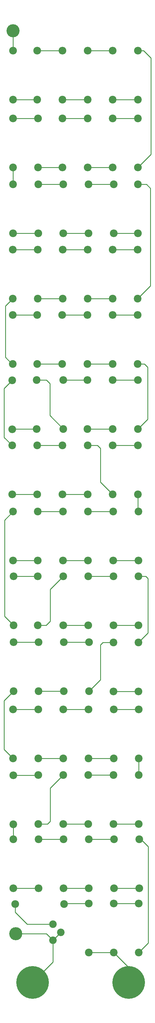
<source format=gtl>
%TF.GenerationSoftware,KiCad,Pcbnew,(5.1.6)-1*%
%TF.CreationDate,2020-11-11T15:34:42-07:00*%
%TF.ProjectId,HVProbe,48565072-6f62-4652-9e6b-696361645f70,rev?*%
%TF.SameCoordinates,Original*%
%TF.FileFunction,Copper,L1,Top*%
%TF.FilePolarity,Positive*%
%FSLAX46Y46*%
G04 Gerber Fmt 4.6, Leading zero omitted, Abs format (unit mm)*
G04 Created by KiCad (PCBNEW (5.1.6)-1) date 2020-11-11 15:34:42*
%MOMM*%
%LPD*%
G01*
G04 APERTURE LIST*
%TA.AperFunction,ComponentPad*%
%ADD10C,2.340000*%
%TD*%
%TA.AperFunction,ComponentPad*%
%ADD11C,2.400000*%
%TD*%
%TA.AperFunction,ComponentPad*%
%ADD12O,2.400000X2.400000*%
%TD*%
%TA.AperFunction,ComponentPad*%
%ADD13C,4.064000*%
%TD*%
%TA.AperFunction,ComponentPad*%
%ADD14C,10.160000*%
%TD*%
%TA.AperFunction,Conductor*%
%ADD15C,0.250000*%
%TD*%
G04 APERTURE END LIST*
D10*
%TO.P,RV1,3*%
%TO.N,GND*%
X90822140Y-311196360D03*
%TO.P,RV1,2*%
X93322140Y-308696360D03*
%TO.P,RV1,1*%
%TO.N,Net-(R82-Pad2)*%
X90822140Y-306196360D03*
%TD*%
D11*
%TO.P,R40,1*%
%TO.N,Net-(R40-Pad1)*%
X101678740Y-157256480D03*
D12*
%TO.P,R40,2*%
%TO.N,Net-(R39-Pad2)*%
X101678740Y-172496480D03*
%TD*%
%TO.P,R37,2*%
%TO.N,Net-(R37-Pad2)*%
X78120748Y-172496480D03*
D11*
%TO.P,R37,1*%
%TO.N,Net-(R36-Pad1)*%
X78120748Y-157256480D03*
%TD*%
%TO.P,R38,1*%
%TO.N,Net-(R38-Pad1)*%
X85973412Y-157256480D03*
D12*
%TO.P,R38,2*%
%TO.N,Net-(R37-Pad2)*%
X85973412Y-172496480D03*
%TD*%
%TO.P,R39,2*%
%TO.N,Net-(R39-Pad2)*%
X93826076Y-172496480D03*
D11*
%TO.P,R39,1*%
%TO.N,Net-(R38-Pad1)*%
X93826076Y-157256480D03*
%TD*%
D12*
%TO.P,R18,2*%
%TO.N,Net-(R17-Pad2)*%
X117370860Y-91321012D03*
D11*
%TO.P,R18,1*%
%TO.N,Net-(R18-Pad1)*%
X117370860Y-76081012D03*
%TD*%
%TO.P,R15,1*%
%TO.N,Net-(R14-Pad1)*%
X94101412Y-76081012D03*
D12*
%TO.P,R15,2*%
%TO.N,Net-(R15-Pad2)*%
X94101412Y-91321012D03*
%TD*%
D11*
%TO.P,R17,1*%
%TO.N,Net-(R16-Pad1)*%
X109795564Y-76081012D03*
D12*
%TO.P,R17,2*%
%TO.N,Net-(R17-Pad2)*%
X109795564Y-91321012D03*
%TD*%
%TO.P,R16,2*%
%TO.N,Net-(R15-Pad2)*%
X101948488Y-91321012D03*
D11*
%TO.P,R16,1*%
%TO.N,Net-(R16-Pad1)*%
X101948488Y-76081012D03*
%TD*%
%TO.P,R13,1*%
%TO.N,Net-(R12-Pad1)*%
X78407260Y-76081012D03*
D12*
%TO.P,R13,2*%
%TO.N,Net-(R13-Pad2)*%
X78407260Y-91321012D03*
%TD*%
%TO.P,R14,2*%
%TO.N,Net-(R13-Pad2)*%
X86254336Y-91321012D03*
D11*
%TO.P,R14,1*%
%TO.N,Net-(R14-Pad1)*%
X86254336Y-76081012D03*
%TD*%
D13*
%TO.P,J1,1*%
%TO.N,Net-(J1-Pad1)*%
X78412340Y-28287980D03*
%TD*%
D14*
%TO.P,J2,2*%
%TO.N,GND*%
X84550980Y-324246240D03*
%TO.P,J2,1*%
%TO.N,Net-(J2-Pad1)*%
X114520980Y-324246240D03*
%TD*%
D13*
%TO.P,J3,1*%
%TO.N,GND*%
X79260700Y-309163720D03*
%TD*%
D11*
%TO.P,R1,1*%
%TO.N,Net-(R1-Pad1)*%
X78409800Y-49753520D03*
D12*
%TO.P,R1,2*%
%TO.N,Net-(J1-Pad1)*%
X78409800Y-34513520D03*
%TD*%
D11*
%TO.P,R2,1*%
%TO.N,Net-(R1-Pad1)*%
X85985096Y-49753520D03*
D12*
%TO.P,R2,2*%
%TO.N,Net-(R2-Pad2)*%
X85985096Y-34513520D03*
%TD*%
%TO.P,R3,2*%
%TO.N,Net-(R2-Pad2)*%
X93832172Y-34513520D03*
D11*
%TO.P,R3,1*%
%TO.N,Net-(R3-Pad1)*%
X93832172Y-49753520D03*
%TD*%
%TO.P,R4,1*%
%TO.N,Net-(R3-Pad1)*%
X101679248Y-49753520D03*
D12*
%TO.P,R4,2*%
%TO.N,Net-(R4-Pad2)*%
X101679248Y-34513520D03*
%TD*%
%TO.P,R5,2*%
%TO.N,Net-(R4-Pad2)*%
X109526324Y-34513520D03*
D11*
%TO.P,R5,1*%
%TO.N,Net-(R5-Pad1)*%
X109526324Y-49753520D03*
%TD*%
%TO.P,R6,1*%
%TO.N,Net-(R5-Pad1)*%
X117373400Y-49753520D03*
D12*
%TO.P,R6,2*%
%TO.N,Net-(R6-Pad2)*%
X117373400Y-34513520D03*
%TD*%
%TO.P,R7,2*%
%TO.N,Net-(R6-Pad2)*%
X117373400Y-70797420D03*
D11*
%TO.P,R7,1*%
%TO.N,Net-(R7-Pad1)*%
X117373400Y-55557420D03*
%TD*%
%TO.P,R8,1*%
%TO.N,Net-(R7-Pad1)*%
X109526324Y-55557420D03*
D12*
%TO.P,R8,2*%
%TO.N,Net-(R8-Pad2)*%
X109526324Y-70797420D03*
%TD*%
%TO.P,R9,2*%
%TO.N,Net-(R8-Pad2)*%
X101679248Y-70797420D03*
D11*
%TO.P,R9,1*%
%TO.N,Net-(R10-Pad1)*%
X101679248Y-55557420D03*
%TD*%
%TO.P,R10,1*%
%TO.N,Net-(R10-Pad1)*%
X93832172Y-55557420D03*
D12*
%TO.P,R10,2*%
%TO.N,Net-(R10-Pad2)*%
X93832172Y-70797420D03*
%TD*%
D11*
%TO.P,R20,1*%
%TO.N,Net-(R20-Pad1)*%
X109482636Y-111617760D03*
D12*
%TO.P,R20,2*%
%TO.N,Net-(R19-Pad2)*%
X109482636Y-96377760D03*
%TD*%
D11*
%TO.P,R19,1*%
%TO.N,Net-(R18-Pad1)*%
X117276880Y-111617760D03*
D12*
%TO.P,R19,2*%
%TO.N,Net-(R19-Pad2)*%
X117276880Y-96377760D03*
%TD*%
%TO.P,R12,2*%
%TO.N,Net-(R11-Pad2)*%
X78422500Y-55567420D03*
D11*
%TO.P,R12,1*%
%TO.N,Net-(R12-Pad1)*%
X78422500Y-70807420D03*
%TD*%
%TO.P,R11,1*%
%TO.N,Net-(R10-Pad2)*%
X86240620Y-70807420D03*
D12*
%TO.P,R11,2*%
%TO.N,Net-(R11-Pad2)*%
X86240620Y-55567420D03*
%TD*%
%TO.P,R21,2*%
%TO.N,Net-(R21-Pad2)*%
X101688392Y-96377760D03*
D11*
%TO.P,R21,1*%
%TO.N,Net-(R20-Pad1)*%
X101688392Y-111617760D03*
%TD*%
%TO.P,R22,1*%
%TO.N,Net-(R22-Pad1)*%
X93894148Y-111617760D03*
D12*
%TO.P,R22,2*%
%TO.N,Net-(R21-Pad2)*%
X93894148Y-96377760D03*
%TD*%
%TO.P,R23,2*%
%TO.N,Net-(R23-Pad2)*%
X86099904Y-96377760D03*
D11*
%TO.P,R23,1*%
%TO.N,Net-(R22-Pad1)*%
X86099904Y-111617760D03*
%TD*%
D12*
%TO.P,R24,2*%
%TO.N,Net-(R23-Pad2)*%
X78305660Y-96377760D03*
D11*
%TO.P,R24,1*%
%TO.N,Net-(R24-Pad1)*%
X78305660Y-111617760D03*
%TD*%
%TO.P,R25,1*%
%TO.N,Net-(R24-Pad1)*%
X78298040Y-131935220D03*
D12*
%TO.P,R25,2*%
%TO.N,Net-(R25-Pad2)*%
X78298040Y-116695220D03*
%TD*%
%TO.P,R26,2*%
%TO.N,Net-(R25-Pad2)*%
X85926676Y-116695220D03*
D11*
%TO.P,R26,1*%
%TO.N,Net-(R26-Pad1)*%
X85926676Y-131935220D03*
%TD*%
%TO.P,R27,1*%
%TO.N,Net-(R26-Pad1)*%
X93773752Y-131935220D03*
D12*
%TO.P,R27,2*%
%TO.N,Net-(R27-Pad2)*%
X93773752Y-116695220D03*
%TD*%
%TO.P,R28,2*%
%TO.N,Net-(R27-Pad2)*%
X101620828Y-116695220D03*
D11*
%TO.P,R28,1*%
%TO.N,Net-(R28-Pad1)*%
X101620828Y-131935220D03*
%TD*%
%TO.P,R29,1*%
%TO.N,Net-(R28-Pad1)*%
X109467904Y-131935220D03*
D12*
%TO.P,R29,2*%
%TO.N,Net-(R29-Pad2)*%
X109467904Y-116695220D03*
%TD*%
%TO.P,R30,2*%
%TO.N,Net-(R29-Pad2)*%
X117314980Y-116695220D03*
D11*
%TO.P,R30,1*%
%TO.N,Net-(R30-Pad1)*%
X117314980Y-131935220D03*
%TD*%
%TO.P,R36,1*%
%TO.N,Net-(R36-Pad1)*%
X78140560Y-137025380D03*
D12*
%TO.P,R36,2*%
%TO.N,Net-(R35-Pad2)*%
X78140560Y-152265380D03*
%TD*%
%TO.P,R35,2*%
%TO.N,Net-(R35-Pad2)*%
X85813900Y-152184100D03*
D11*
%TO.P,R35,1*%
%TO.N,Net-(R34-Pad1)*%
X85813900Y-136944100D03*
%TD*%
%TO.P,R34,1*%
%TO.N,Net-(R34-Pad1)*%
X94079060Y-152151080D03*
D12*
%TO.P,R34,2*%
%TO.N,Net-(R33-Pad2)*%
X94079060Y-136911080D03*
%TD*%
%TO.P,R33,2*%
%TO.N,Net-(R33-Pad2)*%
X101654356Y-136911080D03*
D11*
%TO.P,R33,1*%
%TO.N,Net-(R32-Pad1)*%
X101654356Y-152151080D03*
%TD*%
%TO.P,R32,1*%
%TO.N,Net-(R32-Pad1)*%
X109501432Y-152151080D03*
D12*
%TO.P,R32,2*%
%TO.N,Net-(R31-Pad2)*%
X109501432Y-136911080D03*
%TD*%
%TO.P,R31,2*%
%TO.N,Net-(R31-Pad2)*%
X117348508Y-136911080D03*
D11*
%TO.P,R31,1*%
%TO.N,Net-(R30-Pad1)*%
X117348508Y-152151080D03*
%TD*%
D12*
%TO.P,R41,2*%
%TO.N,Net-(R41-Pad2)*%
X109526324Y-157213300D03*
D11*
%TO.P,R41,1*%
%TO.N,Net-(R40-Pad1)*%
X109526324Y-172453300D03*
%TD*%
%TO.P,R42,1*%
%TO.N,Net-(R42-Pad1)*%
X117373400Y-172453300D03*
D12*
%TO.P,R42,2*%
%TO.N,Net-(R41-Pad2)*%
X117373400Y-157213300D03*
%TD*%
%TO.P,R43,2*%
%TO.N,Net-(R43-Pad2)*%
X117497860Y-193083180D03*
D11*
%TO.P,R43,1*%
%TO.N,Net-(R42-Pad1)*%
X117497860Y-177843180D03*
%TD*%
%TO.P,R44,1*%
%TO.N,Net-(R44-Pad1)*%
X109650784Y-177843180D03*
D12*
%TO.P,R44,2*%
%TO.N,Net-(R43-Pad2)*%
X109650784Y-193083180D03*
%TD*%
%TO.P,R45,2*%
%TO.N,Net-(R45-Pad2)*%
X101803708Y-193083180D03*
D11*
%TO.P,R45,1*%
%TO.N,Net-(R44-Pad1)*%
X101803708Y-177843180D03*
%TD*%
%TO.P,R46,1*%
%TO.N,Net-(R46-Pad1)*%
X93956632Y-177843180D03*
D12*
%TO.P,R46,2*%
%TO.N,Net-(R45-Pad2)*%
X93956632Y-193083180D03*
%TD*%
%TO.P,R47,2*%
%TO.N,Net-(R47-Pad2)*%
X86109556Y-193083180D03*
D11*
%TO.P,R47,1*%
%TO.N,Net-(R46-Pad1)*%
X86109556Y-177843180D03*
%TD*%
%TO.P,R48,1*%
%TO.N,Net-(R48-Pad1)*%
X78409800Y-177843180D03*
D12*
%TO.P,R48,2*%
%TO.N,Net-(R47-Pad2)*%
X78409800Y-193083180D03*
%TD*%
%TO.P,R49,2*%
%TO.N,Net-(R49-Pad2)*%
X78544420Y-197943172D03*
D11*
%TO.P,R49,1*%
%TO.N,Net-(R48-Pad1)*%
X78544420Y-213183172D03*
%TD*%
%TO.P,R50,1*%
%TO.N,Net-(R50-Pad1)*%
X86119716Y-213183172D03*
D12*
%TO.P,R50,2*%
%TO.N,Net-(R49-Pad2)*%
X86119716Y-197943172D03*
%TD*%
%TO.P,R60,2*%
%TO.N,Net-(R59-Pad2)*%
X78559152Y-218463832D03*
D11*
%TO.P,R60,1*%
%TO.N,Net-(R60-Pad1)*%
X78559152Y-233703832D03*
%TD*%
D12*
%TO.P,R59,2*%
%TO.N,Net-(R59-Pad2)*%
X86406228Y-218463832D03*
D11*
%TO.P,R59,1*%
%TO.N,Net-(R58-Pad1)*%
X86406228Y-233703832D03*
%TD*%
D12*
%TO.P,R58,2*%
%TO.N,Net-(R57-Pad2)*%
X94253304Y-218463832D03*
D11*
%TO.P,R58,1*%
%TO.N,Net-(R58-Pad1)*%
X94253304Y-233703832D03*
%TD*%
%TO.P,R57,1*%
%TO.N,Net-(R56-Pad1)*%
X102100380Y-233703832D03*
D12*
%TO.P,R57,2*%
%TO.N,Net-(R57-Pad2)*%
X102100380Y-218463832D03*
%TD*%
%TO.P,R56,2*%
%TO.N,Net-(R55-Pad2)*%
X109781340Y-233776520D03*
D11*
%TO.P,R56,1*%
%TO.N,Net-(R56-Pad1)*%
X109781340Y-218536520D03*
%TD*%
%TO.P,R55,1*%
%TO.N,Net-(R54-Pad1)*%
X117543580Y-218536520D03*
D12*
%TO.P,R55,2*%
%TO.N,Net-(R55-Pad2)*%
X117543580Y-233776520D03*
%TD*%
%TO.P,R54,2*%
%TO.N,Net-(R53-Pad2)*%
X117554248Y-213188216D03*
D11*
%TO.P,R54,1*%
%TO.N,Net-(R54-Pad1)*%
X117554248Y-197948216D03*
%TD*%
%TO.P,R53,1*%
%TO.N,Net-(R52-Pad1)*%
X109707172Y-197948216D03*
D12*
%TO.P,R53,2*%
%TO.N,Net-(R53-Pad2)*%
X109707172Y-213188216D03*
%TD*%
%TO.P,R52,2*%
%TO.N,Net-(R51-Pad2)*%
X101860096Y-213188216D03*
D11*
%TO.P,R52,1*%
%TO.N,Net-(R52-Pad1)*%
X101860096Y-197948216D03*
%TD*%
%TO.P,R51,1*%
%TO.N,Net-(R50-Pad1)*%
X94094300Y-197948216D03*
D12*
%TO.P,R51,2*%
%TO.N,Net-(R51-Pad2)*%
X94094300Y-213188216D03*
%TD*%
%TO.P,R61,2*%
%TO.N,Net-(R61-Pad2)*%
X78409800Y-239382880D03*
D11*
%TO.P,R61,1*%
%TO.N,Net-(R60-Pad1)*%
X78409800Y-254622880D03*
%TD*%
%TO.P,R62,1*%
%TO.N,Net-(R62-Pad1)*%
X86254336Y-254622880D03*
D12*
%TO.P,R62,2*%
%TO.N,Net-(R61-Pad2)*%
X86254336Y-239382880D03*
%TD*%
D11*
%TO.P,R63,1*%
%TO.N,Net-(R62-Pad1)*%
X94101412Y-254622880D03*
D12*
%TO.P,R63,2*%
%TO.N,Net-(R63-Pad2)*%
X94101412Y-239382880D03*
%TD*%
%TO.P,R64,2*%
%TO.N,Net-(R63-Pad2)*%
X101948488Y-239382880D03*
D11*
%TO.P,R64,1*%
%TO.N,Net-(R64-Pad1)*%
X101948488Y-254622880D03*
%TD*%
%TO.P,R65,1*%
%TO.N,Net-(R64-Pad1)*%
X109795564Y-254622880D03*
D12*
%TO.P,R65,2*%
%TO.N,Net-(R65-Pad2)*%
X109795564Y-239382880D03*
%TD*%
%TO.P,R66,2*%
%TO.N,Net-(R65-Pad2)*%
X117642640Y-239382880D03*
D11*
%TO.P,R66,1*%
%TO.N,Net-(R66-Pad1)*%
X117642640Y-254622880D03*
%TD*%
%TO.P,R67,1*%
%TO.N,Net-(R66-Pad1)*%
X117591840Y-259776504D03*
D12*
%TO.P,R67,2*%
%TO.N,Net-(R67-Pad2)*%
X117591840Y-275016504D03*
%TD*%
%TO.P,R68,2*%
%TO.N,Net-(R67-Pad2)*%
X109744764Y-275016504D03*
D11*
%TO.P,R68,1*%
%TO.N,Net-(R68-Pad1)*%
X109744764Y-259776504D03*
%TD*%
%TO.P,R69,1*%
%TO.N,Net-(R68-Pad1)*%
X101897688Y-259776504D03*
D12*
%TO.P,R69,2*%
%TO.N,Net-(R69-Pad2)*%
X101897688Y-275016504D03*
%TD*%
%TO.P,R70,2*%
%TO.N,Net-(R69-Pad2)*%
X94050612Y-275016504D03*
D11*
%TO.P,R70,1*%
%TO.N,Net-(R70-Pad1)*%
X94050612Y-259776504D03*
%TD*%
%TO.P,R80,1*%
%TO.N,Net-(J2-Pad1)*%
X109861604Y-314959456D03*
D12*
%TO.P,R80,2*%
%TO.N,Net-(R79-Pad2)*%
X109861604Y-299719456D03*
%TD*%
%TO.P,R79,2*%
%TO.N,Net-(R79-Pad2)*%
X117655340Y-299719456D03*
D11*
%TO.P,R79,1*%
%TO.N,Net-(R78-Pad1)*%
X117655340Y-314959456D03*
%TD*%
%TO.P,R78,1*%
%TO.N,Net-(R78-Pad1)*%
X117772180Y-279783352D03*
D12*
%TO.P,R78,2*%
%TO.N,Net-(R77-Pad2)*%
X117772180Y-295023352D03*
%TD*%
%TO.P,R77,2*%
%TO.N,Net-(R77-Pad2)*%
X109874304Y-295023352D03*
D11*
%TO.P,R77,1*%
%TO.N,Net-(R76-Pad1)*%
X109874304Y-279783352D03*
%TD*%
%TO.P,R76,1*%
%TO.N,Net-(R76-Pad1)*%
X102027228Y-279783352D03*
D12*
%TO.P,R76,2*%
%TO.N,Net-(R75-Pad2)*%
X102027228Y-295023352D03*
%TD*%
%TO.P,R75,2*%
%TO.N,Net-(R75-Pad2)*%
X94180152Y-295023352D03*
D11*
%TO.P,R75,1*%
%TO.N,Net-(R74-Pad1)*%
X94180152Y-279783352D03*
%TD*%
%TO.P,R74,1*%
%TO.N,Net-(R74-Pad1)*%
X86333076Y-279783352D03*
D12*
%TO.P,R74,2*%
%TO.N,Net-(R73-Pad2)*%
X86333076Y-295023352D03*
%TD*%
%TO.P,R73,2*%
%TO.N,Net-(R73-Pad2)*%
X78486000Y-295023352D03*
D11*
%TO.P,R73,1*%
%TO.N,Net-(R72-Pad1)*%
X78486000Y-279783352D03*
%TD*%
%TO.P,R72,1*%
%TO.N,Net-(R72-Pad1)*%
X78508860Y-275084540D03*
D12*
%TO.P,R72,2*%
%TO.N,Net-(R71-Pad2)*%
X78508860Y-259844540D03*
%TD*%
%TO.P,R71,2*%
%TO.N,Net-(R71-Pad2)*%
X86332060Y-259765800D03*
D11*
%TO.P,R71,1*%
%TO.N,Net-(R70-Pad1)*%
X86332060Y-275005800D03*
%TD*%
%TO.P,R81,1*%
%TO.N,Net-(J2-Pad1)*%
X102036880Y-314980320D03*
D12*
%TO.P,R81,2*%
%TO.N,Net-(R81-Pad2)*%
X102036880Y-299740320D03*
%TD*%
%TO.P,R82,2*%
%TO.N,Net-(R82-Pad2)*%
X79085440Y-299862240D03*
D11*
%TO.P,R82,1*%
%TO.N,Net-(R81-Pad2)*%
X94325440Y-299862240D03*
%TD*%
D15*
%TO.N,Net-(J1-Pad1)*%
X78409800Y-28290520D02*
X78412340Y-28287980D01*
X78409800Y-34513520D02*
X78409800Y-28290520D01*
%TO.N,GND*%
X88789500Y-309163720D02*
X90822140Y-311196360D01*
X79260700Y-309163720D02*
X88789500Y-309163720D01*
X90822140Y-311196360D02*
X93322140Y-308696360D01*
X90822140Y-317975080D02*
X84550980Y-324246240D01*
X90822140Y-311196360D02*
X90822140Y-317975080D01*
%TO.N,Net-(J2-Pad1)*%
X109840740Y-314980320D02*
X109861604Y-314959456D01*
X102036880Y-314980320D02*
X109840740Y-314980320D01*
X114520980Y-319618832D02*
X109861604Y-314959456D01*
X114520980Y-324246240D02*
X114520980Y-319618832D01*
%TO.N,Net-(R1-Pad1)*%
X78409800Y-49753520D02*
X85985096Y-49753520D01*
%TO.N,Net-(R2-Pad2)*%
X85985096Y-34513520D02*
X93832172Y-34513520D01*
%TO.N,Net-(R3-Pad1)*%
X93832172Y-49753520D02*
X101679248Y-49753520D01*
%TO.N,Net-(R4-Pad2)*%
X101679248Y-34513520D02*
X109526324Y-34513520D01*
%TO.N,Net-(R5-Pad1)*%
X109526324Y-49753520D02*
X117373400Y-49753520D01*
%TO.N,Net-(R6-Pad2)*%
X121401840Y-36758880D02*
X119156480Y-34513520D01*
X119156480Y-34513520D02*
X117373400Y-34513520D01*
X121401840Y-66768980D02*
X121401840Y-36758880D01*
X117373400Y-70797420D02*
X121401840Y-66768980D01*
%TO.N,Net-(R7-Pad1)*%
X117373400Y-55557420D02*
X109526324Y-55557420D01*
%TO.N,Net-(R8-Pad2)*%
X109526324Y-70797420D02*
X101679248Y-70797420D01*
%TO.N,Net-(R10-Pad1)*%
X101679248Y-55557420D02*
X93832172Y-55557420D01*
%TO.N,Net-(R10-Pad2)*%
X86250620Y-70797420D02*
X86240620Y-70807420D01*
X93832172Y-70797420D02*
X86250620Y-70797420D01*
%TO.N,Net-(R11-Pad2)*%
X86240620Y-55567420D02*
X78422500Y-55567420D01*
%TO.N,Net-(R12-Pad1)*%
X78422500Y-76065772D02*
X78407260Y-76081012D01*
X78422500Y-70807420D02*
X78422500Y-76065772D01*
%TO.N,Net-(R13-Pad2)*%
X86254336Y-91321012D02*
X78407260Y-91321012D01*
%TO.N,Net-(R14-Pad1)*%
X94101412Y-76081012D02*
X86254336Y-76081012D01*
%TO.N,Net-(R15-Pad2)*%
X101948488Y-91321012D02*
X94101412Y-91321012D01*
%TO.N,Net-(R16-Pad1)*%
X109795564Y-76081012D02*
X101948488Y-76081012D01*
%TO.N,Net-(R17-Pad2)*%
X117370860Y-91321012D02*
X109795564Y-91321012D01*
%TO.N,Net-(R18-Pad1)*%
X117370860Y-76081012D02*
X120068732Y-76081012D01*
X120068732Y-76081012D02*
X121290080Y-77302360D01*
X121290080Y-107604560D02*
X117276880Y-111617760D01*
X121290080Y-77302360D02*
X121290080Y-107604560D01*
%TO.N,Net-(R19-Pad2)*%
X117276880Y-96377760D02*
X109482636Y-96377760D01*
%TO.N,Net-(R21-Pad2)*%
X101688392Y-96377760D02*
X93894148Y-96377760D01*
%TO.N,Net-(R22-Pad1)*%
X93894148Y-111617760D02*
X86099904Y-111617760D01*
%TO.N,Net-(R23-Pad2)*%
X86099904Y-96377760D02*
X78305660Y-96377760D01*
%TO.N,Net-(R24-Pad1)*%
X78305660Y-111617760D02*
X76012040Y-113911380D01*
X76012040Y-113911380D02*
X76012040Y-129839720D01*
X78107540Y-131935220D02*
X78298040Y-131935220D01*
X76012040Y-129839720D02*
X78107540Y-131935220D01*
%TO.N,Net-(R25-Pad2)*%
X85926676Y-116695220D02*
X77350620Y-116695220D01*
%TO.N,Net-(R26-Pad1)*%
X85926676Y-131935220D02*
X93773752Y-131935220D01*
%TO.N,Net-(R27-Pad2)*%
X101620828Y-116695220D02*
X93773752Y-116695220D01*
%TO.N,Net-(R28-Pad1)*%
X101620828Y-131935220D02*
X109467904Y-131935220D01*
%TO.N,Net-(R29-Pad2)*%
X109467904Y-116695220D02*
X117314980Y-116695220D01*
%TO.N,Net-(R30-Pad1)*%
X117314980Y-131935220D02*
X119354600Y-131935220D01*
X119354600Y-131935220D02*
X120370600Y-132951220D01*
X120370600Y-149128988D02*
X117348508Y-152151080D01*
X120370600Y-132951220D02*
X120370600Y-149128988D01*
%TO.N,Net-(R31-Pad2)*%
X117348508Y-136911080D02*
X109501432Y-136911080D01*
%TO.N,Net-(R32-Pad1)*%
X101654356Y-152151080D02*
X109501432Y-152151080D01*
%TO.N,Net-(R33-Pad2)*%
X94079060Y-136911080D02*
X101654356Y-136911080D01*
%TO.N,Net-(R34-Pad1)*%
X85813900Y-136944100D02*
X88849200Y-136944100D01*
X88849200Y-136944100D02*
X89890600Y-137985500D01*
X89890600Y-147962620D02*
X94079060Y-152151080D01*
X89890600Y-137985500D02*
X89890600Y-147962620D01*
%TO.N,Net-(R35-Pad2)*%
X78221840Y-152184100D02*
X78140560Y-152265380D01*
X85813900Y-152184100D02*
X78221840Y-152184100D01*
%TO.N,Net-(R36-Pad1)*%
X78140560Y-137025380D02*
X75628500Y-139537440D01*
X75628500Y-154764232D02*
X78120748Y-157256480D01*
X75628500Y-139537440D02*
X75628500Y-154764232D01*
%TO.N,Net-(R37-Pad2)*%
X85973412Y-172496480D02*
X78120748Y-172496480D01*
%TO.N,Net-(R38-Pad1)*%
X85973412Y-157256480D02*
X93826076Y-157256480D01*
%TO.N,Net-(R39-Pad2)*%
X93826076Y-172496480D02*
X101678740Y-172496480D01*
%TO.N,Net-(R41-Pad2)*%
X109526324Y-157213300D02*
X117373400Y-157213300D01*
%TO.N,Net-(R42-Pad1)*%
X117373400Y-177718720D02*
X117497860Y-177843180D01*
X117373400Y-172453300D02*
X117373400Y-177718720D01*
%TO.N,Net-(R43-Pad2)*%
X117497860Y-193083180D02*
X109650784Y-193083180D01*
%TO.N,Net-(R44-Pad1)*%
X109650784Y-177843180D02*
X101803708Y-177843180D01*
%TO.N,Net-(R45-Pad2)*%
X101803708Y-193083180D02*
X93956632Y-193083180D01*
%TO.N,Net-(R46-Pad1)*%
X93956632Y-177843180D02*
X86109556Y-177843180D01*
%TO.N,Net-(R47-Pad2)*%
X86109556Y-193083180D02*
X78409800Y-193083180D01*
%TO.N,Net-(R48-Pad1)*%
X78409800Y-177843180D02*
X75765660Y-180487320D01*
X75765660Y-210404412D02*
X78544420Y-213183172D01*
X75765660Y-180487320D02*
X75765660Y-210404412D01*
%TO.N,Net-(R49-Pad2)*%
X78544420Y-197943172D02*
X86119716Y-197943172D01*
%TO.N,Net-(R50-Pad1)*%
X86119716Y-213183172D02*
X88777108Y-213183172D01*
X88777108Y-213183172D02*
X90053160Y-211907120D01*
X90053160Y-201989356D02*
X94094300Y-197948216D01*
X90053160Y-211907120D02*
X90053160Y-201989356D01*
%TO.N,Net-(R51-Pad2)*%
X101860096Y-213188216D02*
X94094300Y-213188216D01*
%TO.N,Net-(R52-Pad1)*%
X109707172Y-197948216D02*
X101860096Y-197948216D01*
%TO.N,Net-(R53-Pad2)*%
X117554248Y-213188216D02*
X109707172Y-213188216D01*
%TO.N,Net-(R54-Pad1)*%
X117543580Y-218536520D02*
X120492520Y-215587580D01*
X120492520Y-215587580D02*
X120492520Y-198638160D01*
X119802576Y-197948216D02*
X117554248Y-197948216D01*
X120492520Y-198638160D02*
X119802576Y-197948216D01*
%TO.N,Net-(R55-Pad2)*%
X117543580Y-233776520D02*
X109781340Y-233776520D01*
%TO.N,Net-(R56-Pad1)*%
X109781340Y-218536520D02*
X106400600Y-218536520D01*
X106400600Y-218536520D02*
X105674160Y-219262960D01*
X105674160Y-230130052D02*
X102100380Y-233703832D01*
X105674160Y-219262960D02*
X105674160Y-230130052D01*
%TO.N,Net-(R57-Pad2)*%
X94253304Y-218463832D02*
X102100380Y-218463832D01*
%TO.N,Net-(R58-Pad1)*%
X86406228Y-233703832D02*
X94253304Y-233703832D01*
%TO.N,Net-(R59-Pad2)*%
X78559152Y-218463832D02*
X86406228Y-218463832D01*
%TO.N,Net-(R61-Pad2)*%
X78409800Y-239382880D02*
X86254336Y-239382880D01*
%TO.N,Net-(R62-Pad1)*%
X86254336Y-254622880D02*
X94101412Y-254622880D01*
%TO.N,Net-(R63-Pad2)*%
X94101412Y-239382880D02*
X101948488Y-239382880D01*
%TO.N,Net-(R64-Pad1)*%
X101948488Y-254622880D02*
X109795564Y-254622880D01*
%TO.N,Net-(R65-Pad2)*%
X109795564Y-239382880D02*
X117642640Y-239382880D01*
%TO.N,Net-(R66-Pad1)*%
X117642640Y-259725704D02*
X117591840Y-259776504D01*
X117642640Y-254622880D02*
X117642640Y-259725704D01*
%TO.N,Net-(R67-Pad2)*%
X109744764Y-275016504D02*
X117591840Y-275016504D01*
%TO.N,Net-(R68-Pad1)*%
X109744764Y-259776504D02*
X101897688Y-259776504D01*
%TO.N,Net-(R69-Pad2)*%
X101897688Y-275016504D02*
X94050612Y-275016504D01*
%TO.N,Net-(R70-Pad1)*%
X86332060Y-275005800D02*
X89187020Y-275005800D01*
X89187020Y-275005800D02*
X90025220Y-274167600D01*
X90025220Y-263801896D02*
X94050612Y-259776504D01*
X90025220Y-274167600D02*
X90025220Y-263801896D01*
%TO.N,Net-(R71-Pad2)*%
X86253320Y-259844540D02*
X86332060Y-259765800D01*
X78508860Y-259844540D02*
X86253320Y-259844540D01*
%TO.N,Net-(R72-Pad1)*%
X78508860Y-279760492D02*
X78486000Y-279783352D01*
X78508860Y-275084540D02*
X78508860Y-279760492D01*
%TO.N,Net-(R73-Pad2)*%
X86333076Y-295023352D02*
X78486000Y-295023352D01*
%TO.N,Net-(R74-Pad1)*%
X86333076Y-279783352D02*
X94180152Y-279783352D01*
%TO.N,Net-(R75-Pad2)*%
X102027228Y-295023352D02*
X94180152Y-295023352D01*
%TO.N,Net-(R76-Pad1)*%
X102027228Y-279783352D02*
X109874304Y-279783352D01*
%TO.N,Net-(R77-Pad2)*%
X109874304Y-295023352D02*
X117772180Y-295023352D01*
%TO.N,Net-(R78-Pad1)*%
X117655340Y-314959456D02*
X120598656Y-312016140D01*
X120598656Y-312016140D02*
X120598656Y-282058836D01*
X118323172Y-279783352D02*
X117772180Y-279783352D01*
X120598656Y-282058836D02*
X118323172Y-279783352D01*
%TO.N,Net-(R79-Pad2)*%
X117655340Y-299719456D02*
X109861604Y-299719456D01*
%TO.N,Net-(R81-Pad2)*%
X94447360Y-299740320D02*
X94325440Y-299862240D01*
X102036880Y-299740320D02*
X94447360Y-299740320D01*
%TO.N,Net-(R82-Pad2)*%
X79133700Y-299910500D02*
X79085440Y-299862240D01*
X79085440Y-299862240D02*
X79085440Y-302427640D01*
X82854160Y-306196360D02*
X90822140Y-306196360D01*
X79085440Y-302427640D02*
X82854160Y-306196360D01*
%TO.N,Net-(R20-Pad1)*%
X109482636Y-111617760D02*
X101688392Y-111617760D01*
%TO.N,Net-(R40-Pad1)*%
X105717340Y-168644316D02*
X109526324Y-172453300D01*
X105717340Y-158208980D02*
X105717340Y-168644316D01*
X101678740Y-157256480D02*
X104764840Y-157256480D01*
X104764840Y-157256480D02*
X105717340Y-158208980D01*
%TO.N,Net-(R60-Pad1)*%
X78559152Y-233703832D02*
X75636120Y-236626864D01*
X75636120Y-251849200D02*
X78409800Y-254622880D01*
X75636120Y-236626864D02*
X75636120Y-251849200D01*
%TD*%
M02*

</source>
